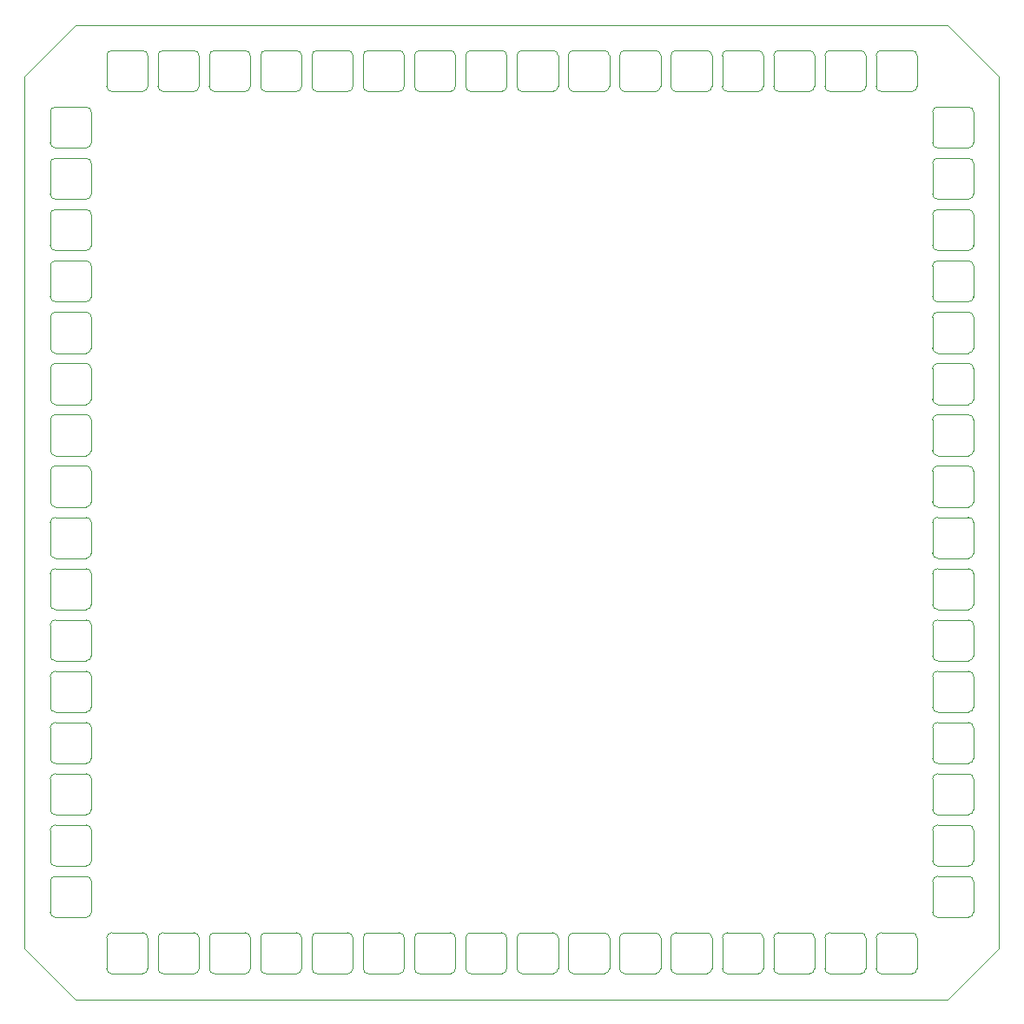
<source format=gbr>
G04 #@! TF.GenerationSoftware,KiCad,Pcbnew,(5.1.6)-1*
G04 #@! TF.CreationDate,2020-12-27T15:17:30+01:00*
G04 #@! TF.ProjectId,XY_TOUCH,58595f54-4f55-4434-982e-6b696361645f,rev?*
G04 #@! TF.SameCoordinates,Original*
G04 #@! TF.FileFunction,Profile,NP*
%FSLAX46Y46*%
G04 Gerber Fmt 4.6, Leading zero omitted, Abs format (unit mm)*
G04 Created by KiCad (PCBNEW (5.1.6)-1) date 2020-12-27 15:17:30*
%MOMM*%
%LPD*%
G01*
G04 APERTURE LIST*
G04 #@! TA.AperFunction,Profile*
%ADD10C,0.050000*%
G04 #@! TD*
G04 APERTURE END LIST*
D10*
X84500000Y-144500000D02*
X84500000Y-141500000D01*
X58500000Y-60500000D02*
G75*
G02*
X59000000Y-61000000I0J-500000D01*
G01*
X59000000Y-64000000D02*
X59000000Y-61000000D01*
X58500000Y-60500000D02*
X55500000Y-60500000D01*
X55500000Y-64500000D02*
X58500000Y-64500000D01*
X55000000Y-61000000D02*
X55000000Y-64000000D01*
X55500000Y-64500000D02*
G75*
G02*
X55000000Y-64000000I0J500000D01*
G01*
X59000000Y-64000000D02*
G75*
G02*
X58500000Y-64500000I-500000J0D01*
G01*
X55000000Y-61000000D02*
G75*
G02*
X55500000Y-60500000I500000J0D01*
G01*
X58500000Y-65500000D02*
G75*
G02*
X59000000Y-66000000I0J-500000D01*
G01*
X59000000Y-69000000D02*
X59000000Y-66000000D01*
X58500000Y-65500000D02*
X55500000Y-65500000D01*
X55500000Y-69500000D02*
X58500000Y-69500000D01*
X55000000Y-66000000D02*
X55000000Y-69000000D01*
X55500000Y-69500000D02*
G75*
G02*
X55000000Y-69000000I0J500000D01*
G01*
X59000000Y-69000000D02*
G75*
G02*
X58500000Y-69500000I-500000J0D01*
G01*
X55000000Y-66000000D02*
G75*
G02*
X55500000Y-65500000I500000J0D01*
G01*
X58500000Y-70500000D02*
G75*
G02*
X59000000Y-71000000I0J-500000D01*
G01*
X59000000Y-74000000D02*
X59000000Y-71000000D01*
X58500000Y-70500000D02*
X55500000Y-70500000D01*
X55500000Y-74500000D02*
X58500000Y-74500000D01*
X55000000Y-71000000D02*
X55000000Y-74000000D01*
X55500000Y-74500000D02*
G75*
G02*
X55000000Y-74000000I0J500000D01*
G01*
X59000000Y-74000000D02*
G75*
G02*
X58500000Y-74500000I-500000J0D01*
G01*
X55000000Y-71000000D02*
G75*
G02*
X55500000Y-70500000I500000J0D01*
G01*
X58500000Y-75500000D02*
G75*
G02*
X59000000Y-76000000I0J-500000D01*
G01*
X59000000Y-79000000D02*
X59000000Y-76000000D01*
X58500000Y-75500000D02*
X55500000Y-75500000D01*
X55500000Y-79500000D02*
X58500000Y-79500000D01*
X55000000Y-76000000D02*
X55000000Y-79000000D01*
X55500000Y-79500000D02*
G75*
G02*
X55000000Y-79000000I0J500000D01*
G01*
X59000000Y-79000000D02*
G75*
G02*
X58500000Y-79500000I-500000J0D01*
G01*
X55000000Y-76000000D02*
G75*
G02*
X55500000Y-75500000I500000J0D01*
G01*
X58500000Y-80500000D02*
G75*
G02*
X59000000Y-81000000I0J-500000D01*
G01*
X59000000Y-84000000D02*
X59000000Y-81000000D01*
X58500000Y-80500000D02*
X55500000Y-80500000D01*
X55500000Y-84500000D02*
X58500000Y-84500000D01*
X55000000Y-81000000D02*
X55000000Y-84000000D01*
X55500000Y-84500000D02*
G75*
G02*
X55000000Y-84000000I0J500000D01*
G01*
X59000000Y-84000000D02*
G75*
G02*
X58500000Y-84500000I-500000J0D01*
G01*
X55000000Y-81000000D02*
G75*
G02*
X55500000Y-80500000I500000J0D01*
G01*
X58500000Y-85500000D02*
G75*
G02*
X59000000Y-86000000I0J-500000D01*
G01*
X59000000Y-89000000D02*
X59000000Y-86000000D01*
X58500000Y-85500000D02*
X55500000Y-85500000D01*
X55500000Y-89500000D02*
X58500000Y-89500000D01*
X55000000Y-86000000D02*
X55000000Y-89000000D01*
X55500000Y-89500000D02*
G75*
G02*
X55000000Y-89000000I0J500000D01*
G01*
X59000000Y-89000000D02*
G75*
G02*
X58500000Y-89500000I-500000J0D01*
G01*
X55000000Y-86000000D02*
G75*
G02*
X55500000Y-85500000I500000J0D01*
G01*
X58500000Y-90500000D02*
G75*
G02*
X59000000Y-91000000I0J-500000D01*
G01*
X59000000Y-94000000D02*
X59000000Y-91000000D01*
X58500000Y-90500000D02*
X55500000Y-90500000D01*
X55500000Y-94500000D02*
X58500000Y-94500000D01*
X55000000Y-91000000D02*
X55000000Y-94000000D01*
X55500000Y-94500000D02*
G75*
G02*
X55000000Y-94000000I0J500000D01*
G01*
X59000000Y-94000000D02*
G75*
G02*
X58500000Y-94500000I-500000J0D01*
G01*
X55000000Y-91000000D02*
G75*
G02*
X55500000Y-90500000I500000J0D01*
G01*
X58500000Y-95500000D02*
G75*
G02*
X59000000Y-96000000I0J-500000D01*
G01*
X59000000Y-99000000D02*
X59000000Y-96000000D01*
X58500000Y-95500000D02*
X55500000Y-95500000D01*
X55500000Y-99500000D02*
X58500000Y-99500000D01*
X55000000Y-96000000D02*
X55000000Y-99000000D01*
X55500000Y-99500000D02*
G75*
G02*
X55000000Y-99000000I0J500000D01*
G01*
X59000000Y-99000000D02*
G75*
G02*
X58500000Y-99500000I-500000J0D01*
G01*
X55000000Y-96000000D02*
G75*
G02*
X55500000Y-95500000I500000J0D01*
G01*
X58500000Y-100500000D02*
G75*
G02*
X59000000Y-101000000I0J-500000D01*
G01*
X59000000Y-104000000D02*
X59000000Y-101000000D01*
X58500000Y-100500000D02*
X55500000Y-100500000D01*
X55500000Y-104500000D02*
X58500000Y-104500000D01*
X55000000Y-101000000D02*
X55000000Y-104000000D01*
X55500000Y-104500000D02*
G75*
G02*
X55000000Y-104000000I0J500000D01*
G01*
X59000000Y-104000000D02*
G75*
G02*
X58500000Y-104500000I-500000J0D01*
G01*
X55000000Y-101000000D02*
G75*
G02*
X55500000Y-100500000I500000J0D01*
G01*
X58500000Y-105500000D02*
G75*
G02*
X59000000Y-106000000I0J-500000D01*
G01*
X59000000Y-109000000D02*
X59000000Y-106000000D01*
X58500000Y-105500000D02*
X55500000Y-105500000D01*
X55500000Y-109500000D02*
X58500000Y-109500000D01*
X55000000Y-106000000D02*
X55000000Y-109000000D01*
X55500000Y-109500000D02*
G75*
G02*
X55000000Y-109000000I0J500000D01*
G01*
X59000000Y-109000000D02*
G75*
G02*
X58500000Y-109500000I-500000J0D01*
G01*
X55000000Y-106000000D02*
G75*
G02*
X55500000Y-105500000I500000J0D01*
G01*
X58500000Y-110500000D02*
G75*
G02*
X59000000Y-111000000I0J-500000D01*
G01*
X59000000Y-114000000D02*
X59000000Y-111000000D01*
X58500000Y-110500000D02*
X55500000Y-110500000D01*
X55500000Y-114500000D02*
X58500000Y-114500000D01*
X55000000Y-111000000D02*
X55000000Y-114000000D01*
X55500000Y-114500000D02*
G75*
G02*
X55000000Y-114000000I0J500000D01*
G01*
X59000000Y-114000000D02*
G75*
G02*
X58500000Y-114500000I-500000J0D01*
G01*
X55000000Y-111000000D02*
G75*
G02*
X55500000Y-110500000I500000J0D01*
G01*
X58500000Y-115500000D02*
G75*
G02*
X59000000Y-116000000I0J-500000D01*
G01*
X59000000Y-119000000D02*
X59000000Y-116000000D01*
X58500000Y-115500000D02*
X55500000Y-115500000D01*
X55500000Y-119500000D02*
X58500000Y-119500000D01*
X55000000Y-116000000D02*
X55000000Y-119000000D01*
X55500000Y-119500000D02*
G75*
G02*
X55000000Y-119000000I0J500000D01*
G01*
X59000000Y-119000000D02*
G75*
G02*
X58500000Y-119500000I-500000J0D01*
G01*
X55000000Y-116000000D02*
G75*
G02*
X55500000Y-115500000I500000J0D01*
G01*
X58500000Y-120500000D02*
G75*
G02*
X59000000Y-121000000I0J-500000D01*
G01*
X59000000Y-124000000D02*
X59000000Y-121000000D01*
X58500000Y-120500000D02*
X55500000Y-120500000D01*
X55500000Y-124500000D02*
X58500000Y-124500000D01*
X55000000Y-121000000D02*
X55000000Y-124000000D01*
X55500000Y-124500000D02*
G75*
G02*
X55000000Y-124000000I0J500000D01*
G01*
X59000000Y-124000000D02*
G75*
G02*
X58500000Y-124500000I-500000J0D01*
G01*
X55000000Y-121000000D02*
G75*
G02*
X55500000Y-120500000I500000J0D01*
G01*
X58500000Y-125500000D02*
G75*
G02*
X59000000Y-126000000I0J-500000D01*
G01*
X59000000Y-129000000D02*
X59000000Y-126000000D01*
X58500000Y-125500000D02*
X55500000Y-125500000D01*
X55500000Y-129500000D02*
X58500000Y-129500000D01*
X55000000Y-126000000D02*
X55000000Y-129000000D01*
X55500000Y-129500000D02*
G75*
G02*
X55000000Y-129000000I0J500000D01*
G01*
X59000000Y-129000000D02*
G75*
G02*
X58500000Y-129500000I-500000J0D01*
G01*
X55000000Y-126000000D02*
G75*
G02*
X55500000Y-125500000I500000J0D01*
G01*
X58500000Y-130500000D02*
G75*
G02*
X59000000Y-131000000I0J-500000D01*
G01*
X59000000Y-134000000D02*
X59000000Y-131000000D01*
X58500000Y-130500000D02*
X55500000Y-130500000D01*
X55500000Y-134500000D02*
X58500000Y-134500000D01*
X55000000Y-131000000D02*
X55000000Y-134000000D01*
X55500000Y-134500000D02*
G75*
G02*
X55000000Y-134000000I0J500000D01*
G01*
X59000000Y-134000000D02*
G75*
G02*
X58500000Y-134500000I-500000J0D01*
G01*
X55000000Y-131000000D02*
G75*
G02*
X55500000Y-130500000I500000J0D01*
G01*
X58500000Y-135500000D02*
G75*
G02*
X59000000Y-136000000I0J-500000D01*
G01*
X59000000Y-139000000D02*
X59000000Y-136000000D01*
X58500000Y-135500000D02*
X55500000Y-135500000D01*
X55500000Y-139500000D02*
X58500000Y-139500000D01*
X55000000Y-136000000D02*
X55000000Y-139000000D01*
X55500000Y-139500000D02*
G75*
G02*
X55000000Y-139000000I0J500000D01*
G01*
X59000000Y-139000000D02*
G75*
G02*
X58500000Y-139500000I-500000J0D01*
G01*
X55000000Y-136000000D02*
G75*
G02*
X55500000Y-135500000I500000J0D01*
G01*
X64000000Y-141000000D02*
G75*
G02*
X64500000Y-141500000I0J-500000D01*
G01*
X64500000Y-144500000D02*
X64500000Y-141500000D01*
X64000000Y-141000000D02*
X61000000Y-141000000D01*
X61000000Y-145000000D02*
X64000000Y-145000000D01*
X60500000Y-141500000D02*
X60500000Y-144500000D01*
X61000000Y-145000000D02*
G75*
G02*
X60500000Y-144500000I0J500000D01*
G01*
X64500000Y-144500000D02*
G75*
G02*
X64000000Y-145000000I-500000J0D01*
G01*
X60500000Y-141500000D02*
G75*
G02*
X61000000Y-141000000I500000J0D01*
G01*
X69000000Y-141000000D02*
G75*
G02*
X69500000Y-141500000I0J-500000D01*
G01*
X69500000Y-144500000D02*
X69500000Y-141500000D01*
X69000000Y-141000000D02*
X66000000Y-141000000D01*
X66000000Y-145000000D02*
X69000000Y-145000000D01*
X65500000Y-141500000D02*
X65500000Y-144500000D01*
X66000000Y-145000000D02*
G75*
G02*
X65500000Y-144500000I0J500000D01*
G01*
X69500000Y-144500000D02*
G75*
G02*
X69000000Y-145000000I-500000J0D01*
G01*
X65500000Y-141500000D02*
G75*
G02*
X66000000Y-141000000I500000J0D01*
G01*
X74000000Y-141000000D02*
G75*
G02*
X74500000Y-141500000I0J-500000D01*
G01*
X74500000Y-144500000D02*
X74500000Y-141500000D01*
X74000000Y-141000000D02*
X71000000Y-141000000D01*
X71000000Y-145000000D02*
X74000000Y-145000000D01*
X70500000Y-141500000D02*
X70500000Y-144500000D01*
X71000000Y-145000000D02*
G75*
G02*
X70500000Y-144500000I0J500000D01*
G01*
X74500000Y-144500000D02*
G75*
G02*
X74000000Y-145000000I-500000J0D01*
G01*
X70500000Y-141500000D02*
G75*
G02*
X71000000Y-141000000I500000J0D01*
G01*
X79000000Y-141000000D02*
G75*
G02*
X79500000Y-141500000I0J-500000D01*
G01*
X79500000Y-144500000D02*
X79500000Y-141500000D01*
X79000000Y-141000000D02*
X76000000Y-141000000D01*
X76000000Y-145000000D02*
X79000000Y-145000000D01*
X75500000Y-141500000D02*
X75500000Y-144500000D01*
X76000000Y-145000000D02*
G75*
G02*
X75500000Y-144500000I0J500000D01*
G01*
X79500000Y-144500000D02*
G75*
G02*
X79000000Y-145000000I-500000J0D01*
G01*
X75500000Y-141500000D02*
G75*
G02*
X76000000Y-141000000I500000J0D01*
G01*
X84000000Y-141000000D02*
G75*
G02*
X84500000Y-141500000I0J-500000D01*
G01*
X84000000Y-141000000D02*
X81000000Y-141000000D01*
X81000000Y-145000000D02*
X84000000Y-145000000D01*
X80500000Y-141500000D02*
X80500000Y-144500000D01*
X81000000Y-145000000D02*
G75*
G02*
X80500000Y-144500000I0J500000D01*
G01*
X84500000Y-144500000D02*
G75*
G02*
X84000000Y-145000000I-500000J0D01*
G01*
X80500000Y-141500000D02*
G75*
G02*
X81000000Y-141000000I500000J0D01*
G01*
X89000000Y-141000000D02*
G75*
G02*
X89500000Y-141500000I0J-500000D01*
G01*
X89500000Y-144500000D02*
X89500000Y-141500000D01*
X89000000Y-141000000D02*
X86000000Y-141000000D01*
X86000000Y-145000000D02*
X89000000Y-145000000D01*
X85500000Y-141500000D02*
X85500000Y-144500000D01*
X86000000Y-145000000D02*
G75*
G02*
X85500000Y-144500000I0J500000D01*
G01*
X89500000Y-144500000D02*
G75*
G02*
X89000000Y-145000000I-500000J0D01*
G01*
X85500000Y-141500000D02*
G75*
G02*
X86000000Y-141000000I500000J0D01*
G01*
X94000000Y-141000000D02*
G75*
G02*
X94500000Y-141500000I0J-500000D01*
G01*
X94500000Y-144500000D02*
X94500000Y-141500000D01*
X94000000Y-141000000D02*
X91000000Y-141000000D01*
X91000000Y-145000000D02*
X94000000Y-145000000D01*
X90500000Y-141500000D02*
X90500000Y-144500000D01*
X91000000Y-145000000D02*
G75*
G02*
X90500000Y-144500000I0J500000D01*
G01*
X94500000Y-144500000D02*
G75*
G02*
X94000000Y-145000000I-500000J0D01*
G01*
X90500000Y-141500000D02*
G75*
G02*
X91000000Y-141000000I500000J0D01*
G01*
X99000000Y-141000000D02*
G75*
G02*
X99500000Y-141500000I0J-500000D01*
G01*
X99500000Y-144500000D02*
X99500000Y-141500000D01*
X99000000Y-141000000D02*
X96000000Y-141000000D01*
X96000000Y-145000000D02*
X99000000Y-145000000D01*
X95500000Y-141500000D02*
X95500000Y-144500000D01*
X96000000Y-145000000D02*
G75*
G02*
X95500000Y-144500000I0J500000D01*
G01*
X99500000Y-144500000D02*
G75*
G02*
X99000000Y-145000000I-500000J0D01*
G01*
X95500000Y-141500000D02*
G75*
G02*
X96000000Y-141000000I500000J0D01*
G01*
X104000000Y-141000000D02*
G75*
G02*
X104500000Y-141500000I0J-500000D01*
G01*
X104500000Y-144500000D02*
X104500000Y-141500000D01*
X104000000Y-141000000D02*
X101000000Y-141000000D01*
X101000000Y-145000000D02*
X104000000Y-145000000D01*
X100500000Y-141500000D02*
X100500000Y-144500000D01*
X101000000Y-145000000D02*
G75*
G02*
X100500000Y-144500000I0J500000D01*
G01*
X104500000Y-144500000D02*
G75*
G02*
X104000000Y-145000000I-500000J0D01*
G01*
X100500000Y-141500000D02*
G75*
G02*
X101000000Y-141000000I500000J0D01*
G01*
X109000000Y-141000000D02*
G75*
G02*
X109500000Y-141500000I0J-500000D01*
G01*
X109500000Y-144500000D02*
X109500000Y-141500000D01*
X109000000Y-141000000D02*
X106000000Y-141000000D01*
X106000000Y-145000000D02*
X109000000Y-145000000D01*
X105500000Y-141500000D02*
X105500000Y-144500000D01*
X106000000Y-145000000D02*
G75*
G02*
X105500000Y-144500000I0J500000D01*
G01*
X109500000Y-144500000D02*
G75*
G02*
X109000000Y-145000000I-500000J0D01*
G01*
X105500000Y-141500000D02*
G75*
G02*
X106000000Y-141000000I500000J0D01*
G01*
X114000000Y-141000000D02*
G75*
G02*
X114500000Y-141500000I0J-500000D01*
G01*
X114500000Y-144500000D02*
X114500000Y-141500000D01*
X114000000Y-141000000D02*
X111000000Y-141000000D01*
X111000000Y-145000000D02*
X114000000Y-145000000D01*
X110500000Y-141500000D02*
X110500000Y-144500000D01*
X111000000Y-145000000D02*
G75*
G02*
X110500000Y-144500000I0J500000D01*
G01*
X114500000Y-144500000D02*
G75*
G02*
X114000000Y-145000000I-500000J0D01*
G01*
X110500000Y-141500000D02*
G75*
G02*
X111000000Y-141000000I500000J0D01*
G01*
X119000000Y-141000000D02*
G75*
G02*
X119500000Y-141500000I0J-500000D01*
G01*
X119500000Y-144500000D02*
X119500000Y-141500000D01*
X119000000Y-141000000D02*
X116000000Y-141000000D01*
X116000000Y-145000000D02*
X119000000Y-145000000D01*
X115500000Y-141500000D02*
X115500000Y-144500000D01*
X116000000Y-145000000D02*
G75*
G02*
X115500000Y-144500000I0J500000D01*
G01*
X119500000Y-144500000D02*
G75*
G02*
X119000000Y-145000000I-500000J0D01*
G01*
X115500000Y-141500000D02*
G75*
G02*
X116000000Y-141000000I500000J0D01*
G01*
X124000000Y-141000000D02*
G75*
G02*
X124500000Y-141500000I0J-500000D01*
G01*
X124500000Y-144500000D02*
X124500000Y-141500000D01*
X124000000Y-141000000D02*
X121000000Y-141000000D01*
X121000000Y-145000000D02*
X124000000Y-145000000D01*
X120500000Y-141500000D02*
X120500000Y-144500000D01*
X121000000Y-145000000D02*
G75*
G02*
X120500000Y-144500000I0J500000D01*
G01*
X124500000Y-144500000D02*
G75*
G02*
X124000000Y-145000000I-500000J0D01*
G01*
X120500000Y-141500000D02*
G75*
G02*
X121000000Y-141000000I500000J0D01*
G01*
X129000000Y-141000000D02*
G75*
G02*
X129500000Y-141500000I0J-500000D01*
G01*
X129500000Y-144500000D02*
X129500000Y-141500000D01*
X129000000Y-141000000D02*
X126000000Y-141000000D01*
X126000000Y-145000000D02*
X129000000Y-145000000D01*
X125500000Y-141500000D02*
X125500000Y-144500000D01*
X126000000Y-145000000D02*
G75*
G02*
X125500000Y-144500000I0J500000D01*
G01*
X129500000Y-144500000D02*
G75*
G02*
X129000000Y-145000000I-500000J0D01*
G01*
X125500000Y-141500000D02*
G75*
G02*
X126000000Y-141000000I500000J0D01*
G01*
X134000000Y-141000000D02*
G75*
G02*
X134500000Y-141500000I0J-500000D01*
G01*
X134500000Y-144500000D02*
X134500000Y-141500000D01*
X134000000Y-141000000D02*
X131000000Y-141000000D01*
X131000000Y-145000000D02*
X134000000Y-145000000D01*
X130500000Y-141500000D02*
X130500000Y-144500000D01*
X131000000Y-145000000D02*
G75*
G02*
X130500000Y-144500000I0J500000D01*
G01*
X134500000Y-144500000D02*
G75*
G02*
X134000000Y-145000000I-500000J0D01*
G01*
X130500000Y-141500000D02*
G75*
G02*
X131000000Y-141000000I500000J0D01*
G01*
X139000000Y-141000000D02*
G75*
G02*
X139500000Y-141500000I0J-500000D01*
G01*
X139500000Y-144500000D02*
X139500000Y-141500000D01*
X139000000Y-141000000D02*
X136000000Y-141000000D01*
X136000000Y-145000000D02*
X139000000Y-145000000D01*
X135500000Y-141500000D02*
X135500000Y-144500000D01*
X136000000Y-145000000D02*
G75*
G02*
X135500000Y-144500000I0J500000D01*
G01*
X139500000Y-144500000D02*
G75*
G02*
X139000000Y-145000000I-500000J0D01*
G01*
X135500000Y-141500000D02*
G75*
G02*
X136000000Y-141000000I500000J0D01*
G01*
X144500000Y-135500000D02*
G75*
G02*
X145000000Y-136000000I0J-500000D01*
G01*
X145000000Y-139000000D02*
X145000000Y-136000000D01*
X144500000Y-135500000D02*
X141500000Y-135500000D01*
X141500000Y-139500000D02*
X144500000Y-139500000D01*
X141000000Y-136000000D02*
X141000000Y-139000000D01*
X141500000Y-139500000D02*
G75*
G02*
X141000000Y-139000000I0J500000D01*
G01*
X145000000Y-139000000D02*
G75*
G02*
X144500000Y-139500000I-500000J0D01*
G01*
X141000000Y-136000000D02*
G75*
G02*
X141500000Y-135500000I500000J0D01*
G01*
X144500000Y-130500000D02*
G75*
G02*
X145000000Y-131000000I0J-500000D01*
G01*
X145000000Y-134000000D02*
X145000000Y-131000000D01*
X144500000Y-130500000D02*
X141500000Y-130500000D01*
X141500000Y-134500000D02*
X144500000Y-134500000D01*
X141000000Y-131000000D02*
X141000000Y-134000000D01*
X141500000Y-134500000D02*
G75*
G02*
X141000000Y-134000000I0J500000D01*
G01*
X145000000Y-134000000D02*
G75*
G02*
X144500000Y-134500000I-500000J0D01*
G01*
X141000000Y-131000000D02*
G75*
G02*
X141500000Y-130500000I500000J0D01*
G01*
X144500000Y-125500000D02*
G75*
G02*
X145000000Y-126000000I0J-500000D01*
G01*
X145000000Y-129000000D02*
X145000000Y-126000000D01*
X144500000Y-125500000D02*
X141500000Y-125500000D01*
X141500000Y-129500000D02*
X144500000Y-129500000D01*
X141000000Y-126000000D02*
X141000000Y-129000000D01*
X141500000Y-129500000D02*
G75*
G02*
X141000000Y-129000000I0J500000D01*
G01*
X145000000Y-129000000D02*
G75*
G02*
X144500000Y-129500000I-500000J0D01*
G01*
X141000000Y-126000000D02*
G75*
G02*
X141500000Y-125500000I500000J0D01*
G01*
X144500000Y-120500000D02*
G75*
G02*
X145000000Y-121000000I0J-500000D01*
G01*
X145000000Y-124000000D02*
X145000000Y-121000000D01*
X144500000Y-120500000D02*
X141500000Y-120500000D01*
X141500000Y-124500000D02*
X144500000Y-124500000D01*
X141000000Y-121000000D02*
X141000000Y-124000000D01*
X141500000Y-124500000D02*
G75*
G02*
X141000000Y-124000000I0J500000D01*
G01*
X145000000Y-124000000D02*
G75*
G02*
X144500000Y-124500000I-500000J0D01*
G01*
X141000000Y-121000000D02*
G75*
G02*
X141500000Y-120500000I500000J0D01*
G01*
X144500000Y-115500000D02*
G75*
G02*
X145000000Y-116000000I0J-500000D01*
G01*
X145000000Y-119000000D02*
X145000000Y-116000000D01*
X144500000Y-115500000D02*
X141500000Y-115500000D01*
X141500000Y-119500000D02*
X144500000Y-119500000D01*
X141000000Y-116000000D02*
X141000000Y-119000000D01*
X141500000Y-119500000D02*
G75*
G02*
X141000000Y-119000000I0J500000D01*
G01*
X145000000Y-119000000D02*
G75*
G02*
X144500000Y-119500000I-500000J0D01*
G01*
X141000000Y-116000000D02*
G75*
G02*
X141500000Y-115500000I500000J0D01*
G01*
X144500000Y-110500000D02*
G75*
G02*
X145000000Y-111000000I0J-500000D01*
G01*
X145000000Y-114000000D02*
X145000000Y-111000000D01*
X144500000Y-110500000D02*
X141500000Y-110500000D01*
X141500000Y-114500000D02*
X144500000Y-114500000D01*
X141000000Y-111000000D02*
X141000000Y-114000000D01*
X141500000Y-114500000D02*
G75*
G02*
X141000000Y-114000000I0J500000D01*
G01*
X145000000Y-114000000D02*
G75*
G02*
X144500000Y-114500000I-500000J0D01*
G01*
X141000000Y-111000000D02*
G75*
G02*
X141500000Y-110500000I500000J0D01*
G01*
X144500000Y-105500000D02*
G75*
G02*
X145000000Y-106000000I0J-500000D01*
G01*
X145000000Y-109000000D02*
X145000000Y-106000000D01*
X144500000Y-105500000D02*
X141500000Y-105500000D01*
X141500000Y-109500000D02*
X144500000Y-109500000D01*
X141000000Y-106000000D02*
X141000000Y-109000000D01*
X141500000Y-109500000D02*
G75*
G02*
X141000000Y-109000000I0J500000D01*
G01*
X145000000Y-109000000D02*
G75*
G02*
X144500000Y-109500000I-500000J0D01*
G01*
X141000000Y-106000000D02*
G75*
G02*
X141500000Y-105500000I500000J0D01*
G01*
X144500000Y-100500000D02*
G75*
G02*
X145000000Y-101000000I0J-500000D01*
G01*
X145000000Y-104000000D02*
X145000000Y-101000000D01*
X144500000Y-100500000D02*
X141500000Y-100500000D01*
X141500000Y-104500000D02*
X144500000Y-104500000D01*
X141000000Y-101000000D02*
X141000000Y-104000000D01*
X141500000Y-104500000D02*
G75*
G02*
X141000000Y-104000000I0J500000D01*
G01*
X145000000Y-104000000D02*
G75*
G02*
X144500000Y-104500000I-500000J0D01*
G01*
X141000000Y-101000000D02*
G75*
G02*
X141500000Y-100500000I500000J0D01*
G01*
X144500000Y-95500000D02*
G75*
G02*
X145000000Y-96000000I0J-500000D01*
G01*
X145000000Y-99000000D02*
X145000000Y-96000000D01*
X144500000Y-95500000D02*
X141500000Y-95500000D01*
X141500000Y-99500000D02*
X144500000Y-99500000D01*
X141000000Y-96000000D02*
X141000000Y-99000000D01*
X141500000Y-99500000D02*
G75*
G02*
X141000000Y-99000000I0J500000D01*
G01*
X145000000Y-99000000D02*
G75*
G02*
X144500000Y-99500000I-500000J0D01*
G01*
X141000000Y-96000000D02*
G75*
G02*
X141500000Y-95500000I500000J0D01*
G01*
X144500000Y-90500000D02*
G75*
G02*
X145000000Y-91000000I0J-500000D01*
G01*
X145000000Y-94000000D02*
X145000000Y-91000000D01*
X144500000Y-90500000D02*
X141500000Y-90500000D01*
X141500000Y-94500000D02*
X144500000Y-94500000D01*
X141000000Y-91000000D02*
X141000000Y-94000000D01*
X141500000Y-94500000D02*
G75*
G02*
X141000000Y-94000000I0J500000D01*
G01*
X145000000Y-94000000D02*
G75*
G02*
X144500000Y-94500000I-500000J0D01*
G01*
X141000000Y-91000000D02*
G75*
G02*
X141500000Y-90500000I500000J0D01*
G01*
X144500000Y-85500000D02*
G75*
G02*
X145000000Y-86000000I0J-500000D01*
G01*
X145000000Y-89000000D02*
X145000000Y-86000000D01*
X144500000Y-85500000D02*
X141500000Y-85500000D01*
X141500000Y-89500000D02*
X144500000Y-89500000D01*
X141000000Y-86000000D02*
X141000000Y-89000000D01*
X141500000Y-89500000D02*
G75*
G02*
X141000000Y-89000000I0J500000D01*
G01*
X145000000Y-89000000D02*
G75*
G02*
X144500000Y-89500000I-500000J0D01*
G01*
X141000000Y-86000000D02*
G75*
G02*
X141500000Y-85500000I500000J0D01*
G01*
X144500000Y-80500000D02*
G75*
G02*
X145000000Y-81000000I0J-500000D01*
G01*
X145000000Y-84000000D02*
X145000000Y-81000000D01*
X144500000Y-80500000D02*
X141500000Y-80500000D01*
X141500000Y-84500000D02*
X144500000Y-84500000D01*
X141000000Y-81000000D02*
X141000000Y-84000000D01*
X141500000Y-84500000D02*
G75*
G02*
X141000000Y-84000000I0J500000D01*
G01*
X145000000Y-84000000D02*
G75*
G02*
X144500000Y-84500000I-500000J0D01*
G01*
X141000000Y-81000000D02*
G75*
G02*
X141500000Y-80500000I500000J0D01*
G01*
X144500000Y-75500000D02*
G75*
G02*
X145000000Y-76000000I0J-500000D01*
G01*
X145000000Y-79000000D02*
X145000000Y-76000000D01*
X144500000Y-75500000D02*
X141500000Y-75500000D01*
X141500000Y-79500000D02*
X144500000Y-79500000D01*
X141000000Y-76000000D02*
X141000000Y-79000000D01*
X141500000Y-79500000D02*
G75*
G02*
X141000000Y-79000000I0J500000D01*
G01*
X145000000Y-79000000D02*
G75*
G02*
X144500000Y-79500000I-500000J0D01*
G01*
X141000000Y-76000000D02*
G75*
G02*
X141500000Y-75500000I500000J0D01*
G01*
X144500000Y-70500000D02*
G75*
G02*
X145000000Y-71000000I0J-500000D01*
G01*
X145000000Y-74000000D02*
X145000000Y-71000000D01*
X144500000Y-70500000D02*
X141500000Y-70500000D01*
X141500000Y-74500000D02*
X144500000Y-74500000D01*
X141000000Y-71000000D02*
X141000000Y-74000000D01*
X141500000Y-74500000D02*
G75*
G02*
X141000000Y-74000000I0J500000D01*
G01*
X145000000Y-74000000D02*
G75*
G02*
X144500000Y-74500000I-500000J0D01*
G01*
X141000000Y-71000000D02*
G75*
G02*
X141500000Y-70500000I500000J0D01*
G01*
X144500000Y-65500000D02*
G75*
G02*
X145000000Y-66000000I0J-500000D01*
G01*
X145000000Y-69000000D02*
X145000000Y-66000000D01*
X144500000Y-65500000D02*
X141500000Y-65500000D01*
X141500000Y-69500000D02*
X144500000Y-69500000D01*
X141000000Y-66000000D02*
X141000000Y-69000000D01*
X141500000Y-69500000D02*
G75*
G02*
X141000000Y-69000000I0J500000D01*
G01*
X145000000Y-69000000D02*
G75*
G02*
X144500000Y-69500000I-500000J0D01*
G01*
X141000000Y-66000000D02*
G75*
G02*
X141500000Y-65500000I500000J0D01*
G01*
X144500000Y-60500000D02*
G75*
G02*
X145000000Y-61000000I0J-500000D01*
G01*
X145000000Y-64000000D02*
X145000000Y-61000000D01*
X144500000Y-60500000D02*
X141500000Y-60500000D01*
X141500000Y-64500000D02*
X144500000Y-64500000D01*
X141000000Y-61000000D02*
X141000000Y-64000000D01*
X141500000Y-64500000D02*
G75*
G02*
X141000000Y-64000000I0J500000D01*
G01*
X145000000Y-64000000D02*
G75*
G02*
X144500000Y-64500000I-500000J0D01*
G01*
X141000000Y-61000000D02*
G75*
G02*
X141500000Y-60500000I500000J0D01*
G01*
X139000000Y-55000000D02*
G75*
G02*
X139500000Y-55500000I0J-500000D01*
G01*
X139500000Y-58500000D02*
X139500000Y-55500000D01*
X139000000Y-55000000D02*
X136000000Y-55000000D01*
X136000000Y-59000000D02*
X139000000Y-59000000D01*
X135500000Y-55500000D02*
X135500000Y-58500000D01*
X136000000Y-59000000D02*
G75*
G02*
X135500000Y-58500000I0J500000D01*
G01*
X139500000Y-58500000D02*
G75*
G02*
X139000000Y-59000000I-500000J0D01*
G01*
X135500000Y-55500000D02*
G75*
G02*
X136000000Y-55000000I500000J0D01*
G01*
X134000000Y-55000000D02*
G75*
G02*
X134500000Y-55500000I0J-500000D01*
G01*
X134500000Y-58500000D02*
X134500000Y-55500000D01*
X134000000Y-55000000D02*
X131000000Y-55000000D01*
X131000000Y-59000000D02*
X134000000Y-59000000D01*
X130500000Y-55500000D02*
X130500000Y-58500000D01*
X131000000Y-59000000D02*
G75*
G02*
X130500000Y-58500000I0J500000D01*
G01*
X134500000Y-58500000D02*
G75*
G02*
X134000000Y-59000000I-500000J0D01*
G01*
X130500000Y-55500000D02*
G75*
G02*
X131000000Y-55000000I500000J0D01*
G01*
X129000000Y-55000000D02*
G75*
G02*
X129500000Y-55500000I0J-500000D01*
G01*
X129500000Y-58500000D02*
X129500000Y-55500000D01*
X129000000Y-55000000D02*
X126000000Y-55000000D01*
X126000000Y-59000000D02*
X129000000Y-59000000D01*
X125500000Y-55500000D02*
X125500000Y-58500000D01*
X126000000Y-59000000D02*
G75*
G02*
X125500000Y-58500000I0J500000D01*
G01*
X129500000Y-58500000D02*
G75*
G02*
X129000000Y-59000000I-500000J0D01*
G01*
X125500000Y-55500000D02*
G75*
G02*
X126000000Y-55000000I500000J0D01*
G01*
X124000000Y-55000000D02*
G75*
G02*
X124500000Y-55500000I0J-500000D01*
G01*
X124500000Y-58500000D02*
X124500000Y-55500000D01*
X124000000Y-55000000D02*
X121000000Y-55000000D01*
X121000000Y-59000000D02*
X124000000Y-59000000D01*
X120500000Y-55500000D02*
X120500000Y-58500000D01*
X121000000Y-59000000D02*
G75*
G02*
X120500000Y-58500000I0J500000D01*
G01*
X124500000Y-58500000D02*
G75*
G02*
X124000000Y-59000000I-500000J0D01*
G01*
X120500000Y-55500000D02*
G75*
G02*
X121000000Y-55000000I500000J0D01*
G01*
X119000000Y-55000000D02*
G75*
G02*
X119500000Y-55500000I0J-500000D01*
G01*
X119500000Y-58500000D02*
X119500000Y-55500000D01*
X119000000Y-55000000D02*
X116000000Y-55000000D01*
X116000000Y-59000000D02*
X119000000Y-59000000D01*
X115500000Y-55500000D02*
X115500000Y-58500000D01*
X116000000Y-59000000D02*
G75*
G02*
X115500000Y-58500000I0J500000D01*
G01*
X119500000Y-58500000D02*
G75*
G02*
X119000000Y-59000000I-500000J0D01*
G01*
X115500000Y-55500000D02*
G75*
G02*
X116000000Y-55000000I500000J0D01*
G01*
X114000000Y-55000000D02*
G75*
G02*
X114500000Y-55500000I0J-500000D01*
G01*
X114500000Y-58500000D02*
X114500000Y-55500000D01*
X114000000Y-55000000D02*
X111000000Y-55000000D01*
X111000000Y-59000000D02*
X114000000Y-59000000D01*
X110500000Y-55500000D02*
X110500000Y-58500000D01*
X111000000Y-59000000D02*
G75*
G02*
X110500000Y-58500000I0J500000D01*
G01*
X114500000Y-58500000D02*
G75*
G02*
X114000000Y-59000000I-500000J0D01*
G01*
X110500000Y-55500000D02*
G75*
G02*
X111000000Y-55000000I500000J0D01*
G01*
X109000000Y-55000000D02*
G75*
G02*
X109500000Y-55500000I0J-500000D01*
G01*
X109500000Y-58500000D02*
X109500000Y-55500000D01*
X109000000Y-55000000D02*
X106000000Y-55000000D01*
X106000000Y-59000000D02*
X109000000Y-59000000D01*
X105500000Y-55500000D02*
X105500000Y-58500000D01*
X106000000Y-59000000D02*
G75*
G02*
X105500000Y-58500000I0J500000D01*
G01*
X109500000Y-58500000D02*
G75*
G02*
X109000000Y-59000000I-500000J0D01*
G01*
X105500000Y-55500000D02*
G75*
G02*
X106000000Y-55000000I500000J0D01*
G01*
X104000000Y-55000000D02*
G75*
G02*
X104500000Y-55500000I0J-500000D01*
G01*
X104500000Y-58500000D02*
X104500000Y-55500000D01*
X104000000Y-55000000D02*
X101000000Y-55000000D01*
X101000000Y-59000000D02*
X104000000Y-59000000D01*
X100500000Y-55500000D02*
X100500000Y-58500000D01*
X101000000Y-59000000D02*
G75*
G02*
X100500000Y-58500000I0J500000D01*
G01*
X104500000Y-58500000D02*
G75*
G02*
X104000000Y-59000000I-500000J0D01*
G01*
X100500000Y-55500000D02*
G75*
G02*
X101000000Y-55000000I500000J0D01*
G01*
X99000000Y-55000000D02*
G75*
G02*
X99500000Y-55500000I0J-500000D01*
G01*
X99500000Y-58500000D02*
X99500000Y-55500000D01*
X99000000Y-55000000D02*
X96000000Y-55000000D01*
X96000000Y-59000000D02*
X99000000Y-59000000D01*
X95500000Y-55500000D02*
X95500000Y-58500000D01*
X96000000Y-59000000D02*
G75*
G02*
X95500000Y-58500000I0J500000D01*
G01*
X99500000Y-58500000D02*
G75*
G02*
X99000000Y-59000000I-500000J0D01*
G01*
X95500000Y-55500000D02*
G75*
G02*
X96000000Y-55000000I500000J0D01*
G01*
X94000000Y-55000000D02*
G75*
G02*
X94500000Y-55500000I0J-500000D01*
G01*
X94500000Y-58500000D02*
X94500000Y-55500000D01*
X94000000Y-55000000D02*
X91000000Y-55000000D01*
X91000000Y-59000000D02*
X94000000Y-59000000D01*
X90500000Y-55500000D02*
X90500000Y-58500000D01*
X91000000Y-59000000D02*
G75*
G02*
X90500000Y-58500000I0J500000D01*
G01*
X94500000Y-58500000D02*
G75*
G02*
X94000000Y-59000000I-500000J0D01*
G01*
X90500000Y-55500000D02*
G75*
G02*
X91000000Y-55000000I500000J0D01*
G01*
X89000000Y-55000000D02*
G75*
G02*
X89500000Y-55500000I0J-500000D01*
G01*
X89500000Y-58500000D02*
X89500000Y-55500000D01*
X89000000Y-55000000D02*
X86000000Y-55000000D01*
X86000000Y-59000000D02*
X89000000Y-59000000D01*
X85500000Y-55500000D02*
X85500000Y-58500000D01*
X86000000Y-59000000D02*
G75*
G02*
X85500000Y-58500000I0J500000D01*
G01*
X89500000Y-58500000D02*
G75*
G02*
X89000000Y-59000000I-500000J0D01*
G01*
X85500000Y-55500000D02*
G75*
G02*
X86000000Y-55000000I500000J0D01*
G01*
X84000000Y-55000000D02*
G75*
G02*
X84500000Y-55500000I0J-500000D01*
G01*
X84500000Y-58500000D02*
X84500000Y-55500000D01*
X84000000Y-55000000D02*
X81000000Y-55000000D01*
X81000000Y-59000000D02*
X84000000Y-59000000D01*
X80500000Y-55500000D02*
X80500000Y-58500000D01*
X81000000Y-59000000D02*
G75*
G02*
X80500000Y-58500000I0J500000D01*
G01*
X84500000Y-58500000D02*
G75*
G02*
X84000000Y-59000000I-500000J0D01*
G01*
X80500000Y-55500000D02*
G75*
G02*
X81000000Y-55000000I500000J0D01*
G01*
X79000000Y-55000000D02*
G75*
G02*
X79500000Y-55500000I0J-500000D01*
G01*
X79500000Y-58500000D02*
X79500000Y-55500000D01*
X79000000Y-55000000D02*
X76000000Y-55000000D01*
X76000000Y-59000000D02*
X79000000Y-59000000D01*
X75500000Y-55500000D02*
X75500000Y-58500000D01*
X76000000Y-59000000D02*
G75*
G02*
X75500000Y-58500000I0J500000D01*
G01*
X79500000Y-58500000D02*
G75*
G02*
X79000000Y-59000000I-500000J0D01*
G01*
X75500000Y-55500000D02*
G75*
G02*
X76000000Y-55000000I500000J0D01*
G01*
X74000000Y-55000000D02*
G75*
G02*
X74500000Y-55500000I0J-500000D01*
G01*
X74500000Y-58500000D02*
X74500000Y-55500000D01*
X74000000Y-55000000D02*
X71000000Y-55000000D01*
X71000000Y-59000000D02*
X74000000Y-59000000D01*
X70500000Y-55500000D02*
X70500000Y-58500000D01*
X71000000Y-59000000D02*
G75*
G02*
X70500000Y-58500000I0J500000D01*
G01*
X74500000Y-58500000D02*
G75*
G02*
X74000000Y-59000000I-500000J0D01*
G01*
X70500000Y-55500000D02*
G75*
G02*
X71000000Y-55000000I500000J0D01*
G01*
X69000000Y-55000000D02*
G75*
G02*
X69500000Y-55500000I0J-500000D01*
G01*
X69500000Y-58500000D02*
X69500000Y-55500000D01*
X69000000Y-55000000D02*
X66000000Y-55000000D01*
X66000000Y-59000000D02*
X69000000Y-59000000D01*
X65500000Y-55500000D02*
X65500000Y-58500000D01*
X66000000Y-59000000D02*
G75*
G02*
X65500000Y-58500000I0J500000D01*
G01*
X69500000Y-58500000D02*
G75*
G02*
X69000000Y-59000000I-500000J0D01*
G01*
X65500000Y-55500000D02*
G75*
G02*
X66000000Y-55000000I500000J0D01*
G01*
X64500000Y-58500000D02*
G75*
G02*
X64000000Y-59000000I-500000J0D01*
G01*
X61000000Y-59000000D02*
G75*
G02*
X60500000Y-58500000I0J500000D01*
G01*
X60500000Y-55500000D02*
G75*
G02*
X61000000Y-55000000I500000J0D01*
G01*
X64000000Y-55000000D02*
G75*
G02*
X64500000Y-55500000I0J-500000D01*
G01*
X64000000Y-55000000D02*
X61000000Y-55000000D01*
X64500000Y-58500000D02*
X64500000Y-55500000D01*
X61000000Y-59000000D02*
X64000000Y-59000000D01*
X60500000Y-55500000D02*
X60500000Y-58500000D01*
X52500000Y-57500000D02*
X57500000Y-52500000D01*
X52500000Y-142500000D02*
X52500000Y-57500000D01*
X57500000Y-147500000D02*
X52500000Y-142500000D01*
X142500000Y-147500000D02*
X57500000Y-147500000D01*
X147500000Y-142500000D02*
X142500000Y-147500000D01*
X147500000Y-57500000D02*
X147500000Y-142500000D01*
X142500000Y-52500000D02*
X147500000Y-57500000D01*
X57500000Y-52500000D02*
X142500000Y-52500000D01*
M02*

</source>
